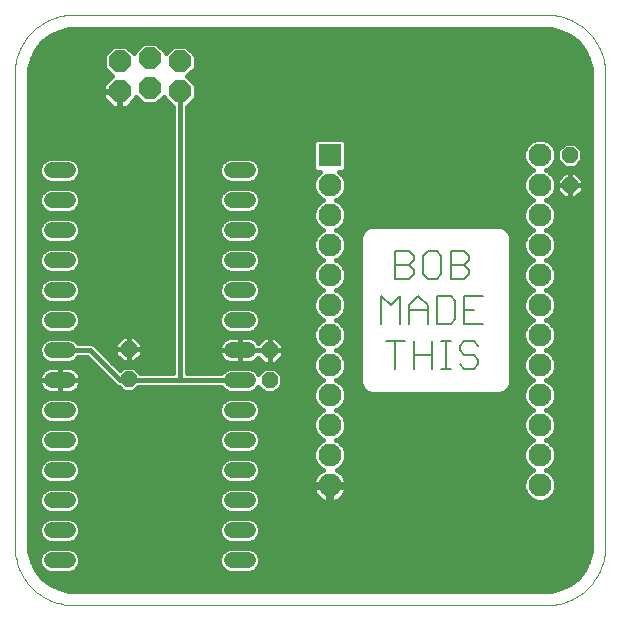
<source format=gbl>
G75*
G70*
%OFA0B0*%
%FSLAX24Y24*%
%IPPOS*%
%LPD*%
%AMOC8*
5,1,8,0,0,1.08239X$1,22.5*
%
%ADD10C,0.0000*%
%ADD11C,0.0080*%
%ADD12OC8,0.0740*%
%ADD13C,0.0520*%
%ADD14R,0.0768X0.0768*%
%ADD15C,0.0768*%
%ADD16OC8,0.0520*%
%ADD17C,0.0160*%
D10*
X003656Y003649D02*
X003656Y019397D01*
X003658Y019491D01*
X003665Y019584D01*
X003676Y019677D01*
X003692Y019770D01*
X003712Y019861D01*
X003736Y019952D01*
X003764Y020041D01*
X003797Y020129D01*
X003834Y020215D01*
X003875Y020299D01*
X003920Y020382D01*
X003969Y020462D01*
X004021Y020539D01*
X004077Y020614D01*
X004137Y020686D01*
X004200Y020756D01*
X004266Y020822D01*
X004336Y020885D01*
X004408Y020945D01*
X004483Y021001D01*
X004560Y021053D01*
X004641Y021102D01*
X004723Y021147D01*
X004807Y021188D01*
X004893Y021225D01*
X004981Y021258D01*
X005070Y021286D01*
X005161Y021310D01*
X005252Y021330D01*
X005345Y021346D01*
X005438Y021357D01*
X005531Y021364D01*
X005625Y021366D01*
X005625Y021365D02*
X021373Y021365D01*
X021373Y021366D02*
X021467Y021364D01*
X021560Y021357D01*
X021653Y021346D01*
X021746Y021330D01*
X021837Y021310D01*
X021928Y021286D01*
X022017Y021258D01*
X022105Y021225D01*
X022191Y021188D01*
X022275Y021147D01*
X022358Y021102D01*
X022438Y021053D01*
X022515Y021001D01*
X022590Y020945D01*
X022662Y020885D01*
X022732Y020822D01*
X022798Y020756D01*
X022861Y020686D01*
X022921Y020614D01*
X022977Y020539D01*
X023029Y020462D01*
X023078Y020382D01*
X023123Y020299D01*
X023164Y020215D01*
X023201Y020129D01*
X023234Y020041D01*
X023262Y019952D01*
X023286Y019861D01*
X023306Y019770D01*
X023322Y019677D01*
X023333Y019584D01*
X023340Y019491D01*
X023342Y019397D01*
X023341Y019397D02*
X023341Y003649D01*
X023342Y003649D02*
X023340Y003555D01*
X023333Y003462D01*
X023322Y003369D01*
X023306Y003276D01*
X023286Y003185D01*
X023262Y003094D01*
X023234Y003005D01*
X023201Y002917D01*
X023164Y002831D01*
X023123Y002747D01*
X023078Y002665D01*
X023029Y002584D01*
X022977Y002507D01*
X022921Y002432D01*
X022861Y002360D01*
X022798Y002290D01*
X022732Y002224D01*
X022662Y002161D01*
X022590Y002101D01*
X022515Y002045D01*
X022438Y001993D01*
X022358Y001944D01*
X022275Y001899D01*
X022191Y001858D01*
X022105Y001821D01*
X022017Y001788D01*
X021928Y001760D01*
X021837Y001736D01*
X021746Y001716D01*
X021653Y001700D01*
X021560Y001689D01*
X021467Y001682D01*
X021373Y001680D01*
X005625Y001680D01*
X005528Y001682D01*
X005432Y001689D01*
X005336Y001701D01*
X005241Y001718D01*
X005147Y001739D01*
X005053Y001765D01*
X004962Y001795D01*
X004871Y001830D01*
X004783Y001869D01*
X004697Y001912D01*
X004613Y001960D01*
X004531Y002012D01*
X004452Y002067D01*
X004376Y002127D01*
X004303Y002190D01*
X004233Y002257D01*
X004166Y002327D01*
X004103Y002400D01*
X004043Y002476D01*
X003988Y002555D01*
X003936Y002637D01*
X003888Y002721D01*
X003845Y002807D01*
X003806Y002895D01*
X003771Y002986D01*
X003741Y003077D01*
X003715Y003171D01*
X003694Y003265D01*
X003677Y003360D01*
X003665Y003456D01*
X003658Y003552D01*
X003656Y003649D01*
D11*
X015880Y011063D02*
X015880Y011983D01*
X016187Y011676D01*
X016494Y011983D01*
X016494Y011063D01*
X016801Y011063D02*
X016801Y011676D01*
X017108Y011983D01*
X017415Y011676D01*
X017415Y011063D01*
X017722Y011063D02*
X018182Y011063D01*
X018336Y011216D01*
X018336Y011830D01*
X018182Y011983D01*
X017722Y011983D01*
X017722Y011063D01*
X017415Y011523D02*
X016801Y011523D01*
X016801Y012563D02*
X016341Y012563D01*
X016341Y013483D01*
X016801Y013483D01*
X016955Y013330D01*
X016955Y013176D01*
X016801Y013023D01*
X016341Y013023D01*
X016801Y013023D02*
X016955Y012869D01*
X016955Y012716D01*
X016801Y012563D01*
X017262Y012716D02*
X017415Y012563D01*
X017722Y012563D01*
X017875Y012716D01*
X017875Y013330D01*
X017722Y013483D01*
X017415Y013483D01*
X017262Y013330D01*
X017262Y012716D01*
X018182Y012563D02*
X018182Y013483D01*
X018643Y013483D01*
X018796Y013330D01*
X018796Y013176D01*
X018643Y013023D01*
X018182Y013023D01*
X018182Y012563D02*
X018643Y012563D01*
X018796Y012716D01*
X018796Y012869D01*
X018643Y013023D01*
X018643Y011983D02*
X018643Y011063D01*
X019257Y011063D01*
X018950Y011523D02*
X018643Y011523D01*
X018643Y011983D02*
X019257Y011983D01*
X018950Y010483D02*
X018643Y010483D01*
X018489Y010330D01*
X018489Y010176D01*
X018643Y010023D01*
X018950Y010023D01*
X019103Y009869D01*
X019103Y009716D01*
X018950Y009563D01*
X018643Y009563D01*
X018489Y009716D01*
X018182Y009563D02*
X017875Y009563D01*
X018029Y009563D02*
X018029Y010483D01*
X018182Y010483D02*
X017875Y010483D01*
X017569Y010483D02*
X017569Y009563D01*
X017569Y010023D02*
X016955Y010023D01*
X016955Y009563D02*
X016955Y010483D01*
X016648Y010483D02*
X016034Y010483D01*
X016341Y010483D02*
X016341Y009563D01*
X018950Y010483D02*
X019103Y010330D01*
D12*
X009156Y018805D03*
X009156Y019805D03*
X008156Y019905D03*
X007156Y019805D03*
X007156Y018805D03*
X008156Y018905D03*
D13*
X005416Y016180D02*
X004896Y016180D01*
X004896Y015180D02*
X005416Y015180D01*
X005416Y014180D02*
X004896Y014180D01*
X004896Y013180D02*
X005416Y013180D01*
X005416Y012180D02*
X004896Y012180D01*
X004896Y011180D02*
X005416Y011180D01*
X005416Y010180D02*
X004896Y010180D01*
X004896Y009180D02*
X005416Y009180D01*
X005416Y008180D02*
X004896Y008180D01*
X004896Y007180D02*
X005416Y007180D01*
X005416Y006180D02*
X004896Y006180D01*
X004896Y005180D02*
X005416Y005180D01*
X005416Y004180D02*
X004896Y004180D01*
X004896Y003180D02*
X005416Y003180D01*
X010896Y003180D02*
X011416Y003180D01*
X011416Y004180D02*
X010896Y004180D01*
X010896Y005180D02*
X011416Y005180D01*
X011416Y006180D02*
X010896Y006180D01*
X010896Y007180D02*
X011416Y007180D01*
X011416Y008180D02*
X010896Y008180D01*
X010896Y009180D02*
X011416Y009180D01*
X011416Y010180D02*
X010896Y010180D01*
X010896Y011180D02*
X011416Y011180D01*
X011416Y012180D02*
X010896Y012180D01*
X010896Y013180D02*
X011416Y013180D01*
X011416Y014180D02*
X010896Y014180D01*
X010896Y015180D02*
X011416Y015180D01*
X011416Y016180D02*
X010896Y016180D01*
D14*
X014156Y016680D03*
D15*
X014156Y015680D03*
X014156Y014680D03*
X014156Y013680D03*
X014156Y012680D03*
X014156Y011680D03*
X014156Y010680D03*
X014156Y009680D03*
X014156Y008680D03*
X014156Y007680D03*
X014156Y006680D03*
X014156Y005680D03*
X021156Y005680D03*
X021156Y006680D03*
X021156Y007680D03*
X021156Y008680D03*
X021156Y009680D03*
X021156Y010680D03*
X021156Y011680D03*
X021156Y012680D03*
X021156Y013680D03*
X021156Y014680D03*
X021156Y015680D03*
X021156Y016680D03*
D16*
X022156Y016680D03*
X022156Y015680D03*
X012148Y010175D03*
X012148Y009175D03*
X007453Y009215D03*
X007453Y010215D03*
D17*
X007453Y009775D01*
X007635Y009775D01*
X007893Y010033D01*
X007893Y010215D01*
X007453Y010215D01*
X007453Y010215D01*
X007453Y010215D01*
X007453Y009775D01*
X007270Y009775D01*
X007013Y010033D01*
X007013Y010215D01*
X007453Y010215D01*
X007893Y010215D01*
X007893Y010398D01*
X007635Y010655D01*
X007453Y010655D01*
X007453Y010215D01*
X007453Y010215D01*
X007453Y010215D01*
X007013Y010215D01*
X007013Y010398D01*
X007270Y010655D01*
X007453Y010655D01*
X007453Y010215D01*
X007453Y010239D02*
X007453Y010239D01*
X007453Y010081D02*
X007453Y010081D01*
X007453Y009922D02*
X007453Y009922D01*
X007781Y009922D02*
X008916Y009922D01*
X008916Y009764D02*
X006912Y009764D01*
X006754Y009922D02*
X007124Y009922D01*
X007013Y010081D02*
X006595Y010081D01*
X006437Y010239D02*
X007013Y010239D01*
X007013Y010398D02*
X006258Y010398D01*
X006292Y010383D02*
X006204Y010420D01*
X005770Y010420D01*
X005654Y010536D01*
X005500Y010600D01*
X004813Y010600D01*
X004658Y010536D01*
X004540Y010418D01*
X004476Y010264D01*
X004476Y010096D01*
X004540Y009942D01*
X004658Y009824D01*
X004813Y009760D01*
X005500Y009760D01*
X005654Y009824D01*
X005770Y009940D01*
X006057Y009940D01*
X006953Y009044D01*
X007020Y008977D01*
X007109Y008940D01*
X007134Y008940D01*
X007279Y008795D01*
X007627Y008795D01*
X007771Y008940D01*
X010542Y008940D01*
X010658Y008824D01*
X010813Y008760D01*
X011500Y008760D01*
X011654Y008824D01*
X011772Y008942D01*
X011777Y008952D01*
X011974Y008755D01*
X012322Y008755D01*
X012568Y009001D01*
X012568Y009349D01*
X012322Y009595D01*
X011974Y009595D01*
X011779Y009401D01*
X011772Y009418D01*
X011654Y009536D01*
X011500Y009600D01*
X010813Y009600D01*
X010658Y009536D01*
X010542Y009420D01*
X009396Y009420D01*
X009396Y018295D01*
X009686Y018585D01*
X009686Y019025D01*
X009406Y019305D01*
X009686Y019585D01*
X009686Y020025D01*
X009376Y020335D01*
X008937Y020335D01*
X008686Y020085D01*
X008686Y020125D01*
X008376Y020435D01*
X007937Y020435D01*
X007626Y020125D01*
X007626Y020085D01*
X007376Y020335D01*
X006937Y020335D01*
X006626Y020025D01*
X006626Y019585D01*
X006893Y019319D01*
X006606Y019033D01*
X006606Y018825D01*
X007136Y018825D01*
X007136Y018785D01*
X006606Y018785D01*
X006606Y018577D01*
X006929Y018255D01*
X007136Y018255D01*
X007136Y018785D01*
X007176Y018785D01*
X007176Y018255D01*
X007384Y018255D01*
X007706Y018577D01*
X007706Y018605D01*
X007937Y018375D01*
X008376Y018375D01*
X008626Y018625D01*
X008626Y018585D01*
X008916Y018295D01*
X008916Y009420D01*
X007842Y009420D01*
X007627Y009635D01*
X007279Y009635D01*
X007160Y009516D01*
X006360Y010316D01*
X006292Y010383D01*
X006156Y010180D02*
X005156Y010180D01*
X004804Y009764D02*
X004136Y009764D01*
X004136Y009922D02*
X004560Y009922D01*
X004483Y010081D02*
X004136Y010081D01*
X004136Y010239D02*
X004476Y010239D01*
X004532Y010398D02*
X004136Y010398D01*
X004136Y010556D02*
X004707Y010556D01*
X004813Y010760D02*
X004658Y010824D01*
X004540Y010942D01*
X004476Y011096D01*
X004476Y011264D01*
X004540Y011418D01*
X004658Y011536D01*
X004813Y011600D01*
X005500Y011600D01*
X005654Y011536D01*
X005772Y011418D01*
X005836Y011264D01*
X005836Y011096D01*
X005772Y010942D01*
X005654Y010824D01*
X005500Y010760D01*
X004813Y010760D01*
X004609Y010873D02*
X004136Y010873D01*
X004136Y010715D02*
X008916Y010715D01*
X008916Y010873D02*
X005703Y010873D01*
X005810Y011032D02*
X008916Y011032D01*
X008916Y011190D02*
X005836Y011190D01*
X005801Y011349D02*
X008916Y011349D01*
X008916Y011507D02*
X005683Y011507D01*
X005500Y011760D02*
X005654Y011824D01*
X005772Y011942D01*
X005836Y012096D01*
X005836Y012264D01*
X005772Y012418D01*
X005654Y012536D01*
X005500Y012600D01*
X004813Y012600D01*
X004658Y012536D01*
X004540Y012418D01*
X004476Y012264D01*
X004476Y012096D01*
X004540Y011942D01*
X004658Y011824D01*
X004136Y011824D01*
X004136Y011666D02*
X008916Y011666D01*
X008916Y011824D02*
X005654Y011824D01*
X005500Y011760D02*
X004813Y011760D01*
X004658Y011824D01*
X004524Y011983D02*
X004136Y011983D01*
X004136Y012141D02*
X004476Y012141D01*
X004491Y012300D02*
X004136Y012300D01*
X004136Y012458D02*
X004580Y012458D01*
X004777Y012775D02*
X004136Y012775D01*
X004136Y012617D02*
X008916Y012617D01*
X008916Y012775D02*
X005536Y012775D01*
X005500Y012760D02*
X005654Y012824D01*
X005772Y012942D01*
X005836Y013096D01*
X005836Y013264D01*
X005772Y013418D01*
X005654Y013536D01*
X005500Y013600D01*
X004813Y013600D01*
X004658Y013536D01*
X004540Y013418D01*
X004476Y013264D01*
X004476Y013096D01*
X004540Y012942D01*
X004658Y012824D01*
X004813Y012760D01*
X005500Y012760D01*
X005764Y012934D02*
X008916Y012934D01*
X008916Y013092D02*
X005835Y013092D01*
X005836Y013251D02*
X008916Y013251D01*
X008916Y013409D02*
X005776Y013409D01*
X005578Y013568D02*
X008916Y013568D01*
X008916Y013726D02*
X004136Y013726D01*
X004136Y013568D02*
X004734Y013568D01*
X004813Y013760D02*
X004658Y013824D01*
X004540Y013942D01*
X004476Y014096D01*
X004476Y014264D01*
X004540Y014418D01*
X004658Y014536D01*
X004813Y014600D01*
X005500Y014600D01*
X005654Y014536D01*
X005772Y014418D01*
X005836Y014264D01*
X005836Y014096D01*
X005772Y013942D01*
X005654Y013824D01*
X005500Y013760D01*
X004813Y013760D01*
X004598Y013885D02*
X004136Y013885D01*
X004136Y014043D02*
X004499Y014043D01*
X004476Y014202D02*
X004136Y014202D01*
X004136Y014360D02*
X004516Y014360D01*
X004641Y014519D02*
X004136Y014519D01*
X004136Y014677D02*
X008916Y014677D01*
X008916Y014519D02*
X005672Y014519D01*
X005796Y014360D02*
X008916Y014360D01*
X008916Y014202D02*
X005836Y014202D01*
X005814Y014043D02*
X008916Y014043D01*
X008916Y013885D02*
X005715Y013885D01*
X005500Y014760D02*
X004813Y014760D01*
X004658Y014824D01*
X004540Y014942D01*
X004476Y015096D01*
X004476Y015264D01*
X004540Y015418D01*
X004658Y015536D01*
X004813Y015600D01*
X005500Y015600D01*
X005654Y015536D01*
X005772Y015418D01*
X005836Y015264D01*
X005836Y015096D01*
X005772Y014942D01*
X005654Y014824D01*
X005500Y014760D01*
X005666Y014836D02*
X008916Y014836D01*
X008916Y014994D02*
X005794Y014994D01*
X005836Y015153D02*
X008916Y015153D01*
X008916Y015311D02*
X005817Y015311D01*
X005721Y015470D02*
X008916Y015470D01*
X008916Y015628D02*
X004136Y015628D01*
X004136Y015470D02*
X004592Y015470D01*
X004496Y015311D02*
X004136Y015311D01*
X004136Y015153D02*
X004476Y015153D01*
X004519Y014994D02*
X004136Y014994D01*
X004136Y014836D02*
X004647Y014836D01*
X004813Y015760D02*
X004658Y015824D01*
X004540Y015942D01*
X004476Y016096D01*
X004476Y016264D01*
X004540Y016418D01*
X004658Y016536D01*
X004813Y016600D01*
X005500Y016600D01*
X005654Y016536D01*
X005772Y016418D01*
X005836Y016264D01*
X005836Y016096D01*
X005772Y015942D01*
X005654Y015824D01*
X005500Y015760D01*
X004813Y015760D01*
X004749Y015787D02*
X004136Y015787D01*
X004136Y015945D02*
X004539Y015945D01*
X004476Y016104D02*
X004136Y016104D01*
X004136Y016262D02*
X004476Y016262D01*
X004543Y016421D02*
X004136Y016421D01*
X004136Y016579D02*
X004762Y016579D01*
X004136Y016738D02*
X008916Y016738D01*
X008916Y016896D02*
X004136Y016896D01*
X004136Y017055D02*
X008916Y017055D01*
X008916Y017213D02*
X004136Y017213D01*
X004136Y017372D02*
X008916Y017372D01*
X008916Y017530D02*
X004136Y017530D01*
X004136Y017689D02*
X008916Y017689D01*
X008916Y017847D02*
X004136Y017847D01*
X004136Y018006D02*
X008916Y018006D01*
X008916Y018164D02*
X004136Y018164D01*
X004136Y018323D02*
X006861Y018323D01*
X006703Y018481D02*
X004136Y018481D01*
X004136Y018640D02*
X006606Y018640D01*
X006606Y018957D02*
X004136Y018957D01*
X004136Y019115D02*
X006689Y019115D01*
X006847Y019274D02*
X004136Y019274D01*
X004136Y019397D02*
X004146Y019563D01*
X004220Y019888D01*
X004365Y020188D01*
X004572Y020449D01*
X004833Y020657D01*
X005133Y020802D01*
X005458Y020876D01*
X005625Y020885D01*
X021373Y020885D01*
X021540Y020876D01*
X021865Y020802D01*
X022165Y020657D01*
X022425Y020449D01*
X022633Y020188D01*
X022778Y019888D01*
X022852Y019563D01*
X022861Y019397D01*
X022861Y003649D01*
X022852Y003482D01*
X022778Y003157D01*
X022633Y002857D01*
X022425Y002596D01*
X022165Y002388D01*
X021865Y002244D01*
X021540Y002169D01*
X021373Y002160D01*
X021277Y002160D01*
X005625Y002160D01*
X005458Y002169D01*
X005133Y002244D01*
X004833Y002388D01*
X004572Y002596D01*
X004365Y002857D01*
X004220Y003157D01*
X004146Y003482D01*
X004136Y003649D01*
X004136Y019397D01*
X004138Y019432D02*
X006780Y019432D01*
X006626Y019591D02*
X004152Y019591D01*
X004188Y019749D02*
X006626Y019749D01*
X006626Y019908D02*
X004229Y019908D01*
X004306Y020066D02*
X006668Y020066D01*
X006826Y020225D02*
X004393Y020225D01*
X004520Y020383D02*
X007885Y020383D01*
X007726Y020225D02*
X007486Y020225D01*
X008428Y020383D02*
X022478Y020383D01*
X022605Y020225D02*
X009486Y020225D01*
X009645Y020066D02*
X022692Y020066D01*
X022769Y019908D02*
X009686Y019908D01*
X009686Y019749D02*
X022810Y019749D01*
X022846Y019591D02*
X009686Y019591D01*
X009533Y019432D02*
X022859Y019432D01*
X022861Y019274D02*
X009437Y019274D01*
X009596Y019115D02*
X022861Y019115D01*
X022861Y018957D02*
X009686Y018957D01*
X009686Y018798D02*
X022861Y018798D01*
X022861Y018640D02*
X009686Y018640D01*
X009582Y018481D02*
X022861Y018481D01*
X022861Y018323D02*
X009423Y018323D01*
X009396Y018164D02*
X022861Y018164D01*
X022861Y018006D02*
X009396Y018006D01*
X009396Y017847D02*
X022861Y017847D01*
X022861Y017689D02*
X009396Y017689D01*
X009396Y017530D02*
X022861Y017530D01*
X022861Y017372D02*
X009396Y017372D01*
X009396Y017213D02*
X013695Y017213D01*
X013706Y017224D02*
X013613Y017130D01*
X013613Y016230D01*
X013706Y016136D01*
X013843Y016136D01*
X013695Y015988D01*
X013613Y015788D01*
X013613Y015572D01*
X013695Y015372D01*
X013848Y015219D01*
X013942Y015180D01*
X013848Y015141D01*
X013695Y014988D01*
X013613Y014788D01*
X013613Y014572D01*
X013695Y014372D01*
X013848Y014219D01*
X013942Y014180D01*
X013848Y014141D01*
X013695Y013988D01*
X013613Y013788D01*
X013613Y013572D01*
X013695Y013372D01*
X013848Y013219D01*
X013942Y013180D01*
X013848Y013141D01*
X013695Y012988D01*
X013613Y012788D01*
X013613Y012572D01*
X013695Y012372D01*
X013848Y012219D01*
X013942Y012180D01*
X013848Y012141D01*
X011836Y012141D01*
X011836Y012096D02*
X011836Y012264D01*
X011772Y012418D01*
X011654Y012536D01*
X011500Y012600D01*
X010813Y012600D01*
X010658Y012536D01*
X010540Y012418D01*
X010476Y012264D01*
X010476Y012096D01*
X010540Y011942D01*
X010658Y011824D01*
X009396Y011824D01*
X009396Y011666D02*
X013613Y011666D01*
X013613Y011572D02*
X013613Y011788D01*
X013695Y011988D01*
X013848Y012141D01*
X013768Y012300D02*
X011822Y012300D01*
X011732Y012458D02*
X013660Y012458D01*
X013613Y012617D02*
X009396Y012617D01*
X009396Y012775D02*
X010777Y012775D01*
X010813Y012760D02*
X011500Y012760D01*
X011654Y012824D01*
X011772Y012942D01*
X011836Y013096D01*
X011836Y013264D01*
X011772Y013418D01*
X011654Y013536D01*
X011500Y013600D01*
X010813Y013600D01*
X010658Y013536D01*
X010540Y013418D01*
X010476Y013264D01*
X010476Y013096D01*
X010540Y012942D01*
X010658Y012824D01*
X010813Y012760D01*
X010549Y012934D02*
X009396Y012934D01*
X009396Y013092D02*
X010478Y013092D01*
X010476Y013251D02*
X009396Y013251D01*
X009396Y013409D02*
X010537Y013409D01*
X010734Y013568D02*
X009396Y013568D01*
X009396Y013726D02*
X013613Y013726D01*
X013614Y013568D02*
X011578Y013568D01*
X011500Y013760D02*
X011654Y013824D01*
X011772Y013942D01*
X011836Y014096D01*
X011836Y014264D01*
X011772Y014418D01*
X011654Y014536D01*
X011500Y014600D01*
X010813Y014600D01*
X010658Y014536D01*
X010540Y014418D01*
X010476Y014264D01*
X010476Y014096D01*
X010540Y013942D01*
X010658Y013824D01*
X010813Y013760D01*
X011500Y013760D01*
X011715Y013885D02*
X013652Y013885D01*
X013750Y014043D02*
X011814Y014043D01*
X011836Y014202D02*
X013890Y014202D01*
X013707Y014360D02*
X011796Y014360D01*
X011672Y014519D02*
X013635Y014519D01*
X013613Y014677D02*
X009396Y014677D01*
X009396Y014519D02*
X010641Y014519D01*
X010516Y014360D02*
X009396Y014360D01*
X009396Y014202D02*
X010476Y014202D01*
X010499Y014043D02*
X009396Y014043D01*
X009396Y013885D02*
X010598Y013885D01*
X010813Y014760D02*
X010658Y014824D01*
X010540Y014942D01*
X010476Y015096D01*
X010476Y015264D01*
X010540Y015418D01*
X010658Y015536D01*
X010813Y015600D01*
X011500Y015600D01*
X011654Y015536D01*
X011772Y015418D01*
X011836Y015264D01*
X011836Y015096D01*
X011772Y014942D01*
X011654Y014824D01*
X011500Y014760D01*
X010813Y014760D01*
X010647Y014836D02*
X009396Y014836D01*
X009396Y014994D02*
X010519Y014994D01*
X010476Y015153D02*
X009396Y015153D01*
X009396Y015311D02*
X010496Y015311D01*
X010592Y015470D02*
X009396Y015470D01*
X009396Y015628D02*
X013613Y015628D01*
X013613Y015787D02*
X011564Y015787D01*
X011500Y015760D02*
X011654Y015824D01*
X011772Y015942D01*
X011836Y016096D01*
X011836Y016264D01*
X011772Y016418D01*
X011654Y016536D01*
X011500Y016600D01*
X010813Y016600D01*
X010658Y016536D01*
X010540Y016418D01*
X010476Y016264D01*
X010476Y016096D01*
X010540Y015942D01*
X010658Y015824D01*
X010813Y015760D01*
X011500Y015760D01*
X011774Y015945D02*
X013678Y015945D01*
X013811Y016104D02*
X011836Y016104D01*
X011836Y016262D02*
X013613Y016262D01*
X013613Y016421D02*
X011770Y016421D01*
X011551Y016579D02*
X013613Y016579D01*
X013613Y016738D02*
X009396Y016738D01*
X009396Y016896D02*
X013613Y016896D01*
X013613Y017055D02*
X009396Y017055D01*
X009396Y016579D02*
X010762Y016579D01*
X010543Y016421D02*
X009396Y016421D01*
X009396Y016262D02*
X010476Y016262D01*
X010476Y016104D02*
X009396Y016104D01*
X009396Y015945D02*
X010539Y015945D01*
X010749Y015787D02*
X009396Y015787D01*
X008916Y015787D02*
X005564Y015787D01*
X005774Y015945D02*
X008916Y015945D01*
X008916Y016104D02*
X005836Y016104D01*
X005836Y016262D02*
X008916Y016262D01*
X008916Y016421D02*
X005770Y016421D01*
X005551Y016579D02*
X008916Y016579D01*
X008889Y018323D02*
X007452Y018323D01*
X007610Y018481D02*
X007831Y018481D01*
X008482Y018481D02*
X008731Y018481D01*
X009156Y018805D02*
X009156Y009180D01*
X007156Y009180D01*
X006156Y010180D01*
X006075Y009922D02*
X005752Y009922D01*
X005508Y009764D02*
X006233Y009764D01*
X006392Y009605D02*
X005532Y009605D01*
X005519Y009609D02*
X005451Y009620D01*
X005156Y009620D01*
X004862Y009620D01*
X004793Y009609D01*
X004728Y009588D01*
X004666Y009556D01*
X004610Y009516D01*
X004561Y009467D01*
X004520Y009411D01*
X004489Y009349D01*
X004467Y009283D01*
X004456Y009215D01*
X004456Y009180D01*
X004456Y009145D01*
X004467Y009077D01*
X004489Y009011D01*
X004520Y008949D01*
X004561Y008893D01*
X004610Y008844D01*
X004666Y008804D01*
X004728Y008772D01*
X004793Y008751D01*
X004862Y008740D01*
X005156Y008740D01*
X005156Y009180D01*
X004456Y009180D01*
X005156Y009180D01*
X005156Y009180D01*
X005156Y009180D01*
X005156Y009620D01*
X005156Y009180D01*
X005156Y009180D01*
X005156Y008740D01*
X005451Y008740D01*
X005519Y008751D01*
X005585Y008772D01*
X005647Y008804D01*
X005703Y008844D01*
X005752Y008893D01*
X005793Y008949D01*
X005824Y009011D01*
X005846Y009077D01*
X005856Y009145D01*
X005856Y009180D01*
X005156Y009180D01*
X005856Y009180D01*
X005856Y009215D01*
X005846Y009283D01*
X005824Y009349D01*
X005793Y009411D01*
X005752Y009467D01*
X005703Y009516D01*
X005647Y009556D01*
X005585Y009588D01*
X005519Y009609D01*
X005767Y009447D02*
X006550Y009447D01*
X006709Y009288D02*
X005844Y009288D01*
X005854Y009130D02*
X006867Y009130D01*
X007034Y008971D02*
X005804Y008971D01*
X005659Y008813D02*
X007262Y008813D01*
X007644Y008813D02*
X010686Y008813D01*
X010813Y008600D02*
X010658Y008536D01*
X010540Y008418D01*
X010476Y008264D01*
X010476Y008096D01*
X010540Y007942D01*
X010658Y007824D01*
X010813Y007760D01*
X011500Y007760D01*
X011654Y007824D01*
X011772Y007942D01*
X011836Y008096D01*
X011836Y008264D01*
X011772Y008418D01*
X011654Y008536D01*
X011500Y008600D01*
X010813Y008600D01*
X010618Y008496D02*
X005695Y008496D01*
X005654Y008536D02*
X005500Y008600D01*
X004813Y008600D01*
X004658Y008536D01*
X004540Y008418D01*
X004476Y008264D01*
X004476Y008096D01*
X004540Y007942D01*
X004658Y007824D01*
X004813Y007760D01*
X005500Y007760D01*
X005654Y007824D01*
X005772Y007942D01*
X005836Y008096D01*
X005836Y008264D01*
X005772Y008418D01*
X005654Y008536D01*
X005806Y008337D02*
X010507Y008337D01*
X010476Y008179D02*
X005836Y008179D01*
X005805Y008020D02*
X010508Y008020D01*
X010621Y007862D02*
X005692Y007862D01*
X005634Y007545D02*
X010679Y007545D01*
X010658Y007536D02*
X010540Y007418D01*
X010476Y007264D01*
X010476Y007096D01*
X010540Y006942D01*
X010658Y006824D01*
X010813Y006760D01*
X011500Y006760D01*
X011654Y006824D01*
X011772Y006942D01*
X011836Y007096D01*
X011836Y007264D01*
X011772Y007418D01*
X011654Y007536D01*
X011500Y007600D01*
X010813Y007600D01*
X010658Y007536D01*
X010527Y007386D02*
X005786Y007386D01*
X005772Y007418D02*
X005654Y007536D01*
X005500Y007600D01*
X004813Y007600D01*
X004658Y007536D01*
X004540Y007418D01*
X004476Y007264D01*
X004476Y007096D01*
X004540Y006942D01*
X004658Y006824D01*
X004813Y006760D01*
X005500Y006760D01*
X005654Y006824D01*
X005772Y006942D01*
X005836Y007096D01*
X005836Y007264D01*
X005772Y007418D01*
X005836Y007228D02*
X010476Y007228D01*
X010488Y007069D02*
X005825Y007069D01*
X005741Y006911D02*
X010572Y006911D01*
X010658Y006536D02*
X010540Y006418D01*
X010476Y006264D01*
X010476Y006096D01*
X010540Y005942D01*
X010658Y005824D01*
X010813Y005760D01*
X011500Y005760D01*
X011654Y005824D01*
X011772Y005942D01*
X011836Y006096D01*
X011836Y006264D01*
X011772Y006418D01*
X011654Y006536D01*
X011500Y006600D01*
X010813Y006600D01*
X010658Y006536D01*
X010557Y006435D02*
X005755Y006435D01*
X005772Y006418D02*
X005654Y006536D01*
X005500Y006600D01*
X004813Y006600D01*
X004658Y006536D01*
X004540Y006418D01*
X004476Y006264D01*
X004476Y006096D01*
X004540Y005942D01*
X004658Y005824D01*
X004813Y005760D01*
X005500Y005760D01*
X005654Y005824D01*
X005772Y005942D01*
X005836Y006096D01*
X005836Y006264D01*
X005772Y006418D01*
X005831Y006277D02*
X010482Y006277D01*
X010476Y006118D02*
X005836Y006118D01*
X005780Y005960D02*
X010533Y005960D01*
X010714Y005801D02*
X005599Y005801D01*
X005500Y005600D02*
X005654Y005536D01*
X005772Y005418D01*
X005836Y005264D01*
X005836Y005096D01*
X005772Y004942D01*
X005654Y004824D01*
X005500Y004760D01*
X004813Y004760D01*
X004658Y004824D01*
X004540Y004942D01*
X004476Y005096D01*
X004476Y005264D01*
X004540Y005418D01*
X004658Y005536D01*
X004813Y005600D01*
X005500Y005600D01*
X005706Y005484D02*
X010606Y005484D01*
X010658Y005536D02*
X010540Y005418D01*
X010476Y005264D01*
X010476Y005096D01*
X010540Y004942D01*
X010658Y004824D01*
X010813Y004760D01*
X011500Y004760D01*
X011654Y004824D01*
X011772Y004942D01*
X011836Y005096D01*
X011836Y005264D01*
X011772Y005418D01*
X011654Y005536D01*
X011500Y005600D01*
X010813Y005600D01*
X010658Y005536D01*
X010502Y005326D02*
X005811Y005326D01*
X005836Y005167D02*
X010476Y005167D01*
X010513Y005009D02*
X005800Y005009D01*
X005680Y004850D02*
X010632Y004850D01*
X010813Y004600D02*
X010658Y004536D01*
X010540Y004418D01*
X010476Y004264D01*
X010476Y004096D01*
X010540Y003942D01*
X010658Y003824D01*
X010813Y003760D01*
X011500Y003760D01*
X011654Y003824D01*
X011772Y003942D01*
X011836Y004096D01*
X011836Y004264D01*
X011772Y004418D01*
X011654Y004536D01*
X011500Y004600D01*
X010813Y004600D01*
X010655Y004533D02*
X005657Y004533D01*
X005654Y004536D02*
X005500Y004600D01*
X004813Y004600D01*
X004658Y004536D01*
X004540Y004418D01*
X004476Y004264D01*
X004476Y004096D01*
X004540Y003942D01*
X004658Y003824D01*
X004813Y003760D01*
X005500Y003760D01*
X005654Y003824D01*
X005772Y003942D01*
X005836Y004096D01*
X005836Y004264D01*
X005772Y004418D01*
X005654Y004536D01*
X005790Y004375D02*
X010522Y004375D01*
X010476Y004216D02*
X005836Y004216D01*
X005820Y004058D02*
X010493Y004058D01*
X010583Y003899D02*
X005729Y003899D01*
X005543Y003582D02*
X010769Y003582D01*
X010813Y003600D02*
X010658Y003536D01*
X010540Y003418D01*
X010476Y003264D01*
X010476Y003096D01*
X010540Y002942D01*
X010658Y002824D01*
X010813Y002760D01*
X011500Y002760D01*
X011654Y002824D01*
X011772Y002942D01*
X011836Y003096D01*
X011836Y003264D01*
X011772Y003418D01*
X011654Y003536D01*
X011500Y003600D01*
X010813Y003600D01*
X010546Y003424D02*
X005767Y003424D01*
X005772Y003418D02*
X005654Y003536D01*
X005500Y003600D01*
X004813Y003600D01*
X004658Y003536D01*
X004540Y003418D01*
X004476Y003264D01*
X004476Y003096D01*
X004540Y002942D01*
X004658Y002824D01*
X004813Y002760D01*
X005500Y002760D01*
X005654Y002824D01*
X005772Y002942D01*
X005836Y003096D01*
X005836Y003264D01*
X005772Y003418D01*
X005836Y003265D02*
X010477Y003265D01*
X010476Y003107D02*
X005836Y003107D01*
X005775Y002948D02*
X010538Y002948D01*
X010742Y002790D02*
X005571Y002790D01*
X004987Y002314D02*
X022011Y002314D01*
X022271Y002473D02*
X004727Y002473D01*
X004544Y002631D02*
X022453Y002631D01*
X022580Y002790D02*
X011571Y002790D01*
X011775Y002948D02*
X022677Y002948D01*
X022754Y003107D02*
X011836Y003107D01*
X011836Y003265D02*
X022803Y003265D01*
X022839Y003424D02*
X011767Y003424D01*
X011543Y003582D02*
X022858Y003582D01*
X022861Y003741D02*
X004136Y003741D01*
X004136Y003899D02*
X004583Y003899D01*
X004493Y004058D02*
X004136Y004058D01*
X004136Y004216D02*
X004476Y004216D01*
X004522Y004375D02*
X004136Y004375D01*
X004136Y004533D02*
X004655Y004533D01*
X004632Y004850D02*
X004136Y004850D01*
X004136Y004692D02*
X022861Y004692D01*
X022861Y004850D02*
X011680Y004850D01*
X011800Y005009D02*
X022861Y005009D01*
X022861Y005167D02*
X021339Y005167D01*
X021265Y005136D02*
X021048Y005136D01*
X020848Y005219D01*
X020695Y005372D01*
X020613Y005572D01*
X020613Y005788D01*
X020695Y005988D01*
X020848Y006141D01*
X020942Y006180D01*
X020848Y006219D01*
X020695Y006372D01*
X020613Y006572D01*
X020613Y006788D01*
X020695Y006988D01*
X020848Y007141D01*
X020942Y007180D01*
X020848Y007219D01*
X020695Y007372D01*
X020613Y007572D01*
X020613Y007788D01*
X020695Y007988D01*
X020848Y008141D01*
X020942Y008180D01*
X020848Y008219D01*
X020695Y008372D01*
X020613Y008572D01*
X020613Y008788D01*
X020695Y008988D01*
X020848Y009141D01*
X020942Y009180D01*
X020848Y009219D01*
X020695Y009372D01*
X020613Y009572D01*
X020613Y009788D01*
X020695Y009988D01*
X020848Y010141D01*
X020942Y010180D01*
X020848Y010219D01*
X020695Y010372D01*
X020613Y010572D01*
X020613Y010788D01*
X020695Y010988D01*
X020848Y011141D01*
X020942Y011180D01*
X020848Y011219D01*
X020695Y011372D01*
X020613Y011572D01*
X020613Y011788D01*
X020695Y011988D01*
X020848Y012141D01*
X020210Y012141D01*
X020210Y011983D02*
X020693Y011983D01*
X020627Y011824D02*
X020210Y011824D01*
X020210Y011666D02*
X020613Y011666D01*
X020639Y011507D02*
X020210Y011507D01*
X020210Y011349D02*
X020719Y011349D01*
X020918Y011190D02*
X020210Y011190D01*
X020210Y011032D02*
X020739Y011032D01*
X020648Y010873D02*
X020210Y010873D01*
X020210Y010715D02*
X020613Y010715D01*
X020619Y010556D02*
X020210Y010556D01*
X020210Y010398D02*
X020685Y010398D01*
X020828Y010239D02*
X020210Y010239D01*
X020210Y010081D02*
X020788Y010081D01*
X020668Y009922D02*
X020210Y009922D01*
X020210Y009764D02*
X020613Y009764D01*
X020613Y009605D02*
X020210Y009605D01*
X020210Y009447D02*
X020664Y009447D01*
X020779Y009288D02*
X020210Y009288D01*
X020210Y009170D02*
X020207Y009133D01*
X020201Y009095D01*
X020193Y009059D01*
X020181Y009023D01*
X020166Y008988D01*
X020149Y008954D01*
X020130Y008922D01*
X020107Y008892D01*
X020083Y008863D01*
X020056Y008836D01*
X020028Y008812D01*
X019997Y008790D01*
X019965Y008770D01*
X019931Y008753D01*
X019896Y008739D01*
X019861Y008727D01*
X019824Y008718D01*
X019787Y008712D01*
X019749Y008709D01*
X015615Y008709D01*
X015577Y008712D01*
X015540Y008718D01*
X015503Y008727D01*
X015468Y008739D01*
X015433Y008753D01*
X015399Y008770D01*
X015367Y008790D01*
X015336Y008812D01*
X015308Y008836D01*
X015281Y008863D01*
X015257Y008892D01*
X015234Y008922D01*
X015215Y008954D01*
X015198Y008988D01*
X015183Y009023D01*
X015171Y009059D01*
X015163Y009095D01*
X015157Y009133D01*
X015154Y009170D01*
X015154Y013875D01*
X015157Y013912D01*
X015163Y013950D01*
X015171Y013986D01*
X015183Y014022D01*
X015198Y014057D01*
X015215Y014091D01*
X015234Y014123D01*
X015257Y014153D01*
X015281Y014182D01*
X015308Y014209D01*
X015336Y014233D01*
X015367Y014255D01*
X015399Y014275D01*
X015433Y014292D01*
X015468Y014307D01*
X015503Y014318D01*
X015540Y014327D01*
X015577Y014333D01*
X015615Y014336D01*
X019749Y014336D01*
X019787Y014333D01*
X019824Y014327D01*
X019861Y014318D01*
X019896Y014307D01*
X019931Y014292D01*
X019965Y014275D01*
X019997Y014255D01*
X020028Y014233D01*
X020056Y014209D01*
X020083Y014182D01*
X020107Y014153D01*
X020130Y014123D01*
X020149Y014091D01*
X020166Y014057D01*
X020181Y014022D01*
X020193Y013986D01*
X020201Y013950D01*
X020207Y013912D01*
X020210Y013875D01*
X020210Y009170D01*
X020207Y009130D02*
X020837Y009130D01*
X020688Y008971D02*
X020158Y008971D01*
X020028Y008813D02*
X020623Y008813D01*
X020613Y008654D02*
X014700Y008654D01*
X014700Y008572D02*
X014700Y008788D01*
X014617Y008988D01*
X014464Y009141D01*
X014370Y009180D01*
X014464Y009219D01*
X014617Y009372D01*
X014700Y009572D01*
X014700Y009788D01*
X014617Y009988D01*
X014464Y010141D01*
X014370Y010180D01*
X014464Y010219D01*
X014617Y010372D01*
X014700Y010572D01*
X014700Y010788D01*
X014617Y010988D01*
X014464Y011141D01*
X014370Y011180D01*
X014464Y011219D01*
X014617Y011372D01*
X014700Y011572D01*
X014700Y011788D01*
X014617Y011988D01*
X014464Y012141D01*
X014370Y012180D01*
X014464Y012219D01*
X014617Y012372D01*
X014700Y012572D01*
X014700Y012788D01*
X014617Y012988D01*
X014464Y013141D01*
X014370Y013180D01*
X014464Y013219D01*
X014617Y013372D01*
X014700Y013572D01*
X014700Y013788D01*
X014617Y013988D01*
X014464Y014141D01*
X014370Y014180D01*
X014464Y014219D01*
X014617Y014372D01*
X014700Y014572D01*
X014700Y014788D01*
X014617Y014988D01*
X014464Y015141D01*
X014370Y015180D01*
X014464Y015219D01*
X014617Y015372D01*
X014700Y015572D01*
X014700Y015788D01*
X014617Y015988D01*
X014469Y016136D01*
X014607Y016136D01*
X014700Y016230D01*
X014700Y017130D01*
X014607Y017224D01*
X013706Y017224D01*
X014617Y017213D02*
X021022Y017213D01*
X021048Y017224D02*
X020848Y017141D01*
X020695Y016988D01*
X020613Y016788D01*
X020613Y016572D01*
X020695Y016372D01*
X020848Y016219D01*
X020942Y016180D01*
X020848Y016141D01*
X020695Y015988D01*
X020613Y015788D01*
X020613Y015572D01*
X020695Y015372D01*
X020848Y015219D01*
X020942Y015180D01*
X020848Y015141D01*
X020695Y014988D01*
X020613Y014788D01*
X020613Y014572D01*
X020695Y014372D01*
X020848Y014219D01*
X020942Y014180D01*
X020848Y014141D01*
X020695Y013988D01*
X020613Y013788D01*
X020613Y013572D01*
X020695Y013372D01*
X020848Y013219D01*
X020942Y013180D01*
X020848Y013141D01*
X020695Y012988D01*
X020613Y012788D01*
X020613Y012572D01*
X020695Y012372D01*
X020848Y012219D01*
X020942Y012180D01*
X020848Y012141D01*
X020768Y012300D02*
X020210Y012300D01*
X020210Y012458D02*
X020660Y012458D01*
X020613Y012617D02*
X020210Y012617D01*
X020210Y012775D02*
X020613Y012775D01*
X020673Y012934D02*
X020210Y012934D01*
X020210Y013092D02*
X020799Y013092D01*
X020817Y013251D02*
X020210Y013251D01*
X020210Y013409D02*
X020680Y013409D01*
X020614Y013568D02*
X020210Y013568D01*
X020210Y013726D02*
X020613Y013726D01*
X020652Y013885D02*
X020209Y013885D01*
X020172Y014043D02*
X020750Y014043D01*
X020890Y014202D02*
X020063Y014202D01*
X020613Y014677D02*
X014700Y014677D01*
X014681Y014836D02*
X020632Y014836D01*
X020701Y014994D02*
X014612Y014994D01*
X014437Y015153D02*
X020876Y015153D01*
X020756Y015311D02*
X014557Y015311D01*
X014658Y015470D02*
X020655Y015470D01*
X020613Y015628D02*
X014700Y015628D01*
X014700Y015787D02*
X020613Y015787D01*
X020678Y015945D02*
X014635Y015945D01*
X014502Y016104D02*
X020811Y016104D01*
X020805Y016262D02*
X014700Y016262D01*
X014700Y016421D02*
X020675Y016421D01*
X020613Y016579D02*
X014700Y016579D01*
X014700Y016738D02*
X020613Y016738D01*
X020657Y016896D02*
X014700Y016896D01*
X014700Y017055D02*
X020762Y017055D01*
X021048Y017224D02*
X021265Y017224D01*
X021464Y017141D01*
X021617Y016988D01*
X021700Y016788D01*
X021700Y016572D01*
X021617Y016372D01*
X021464Y016219D01*
X021370Y016180D01*
X021464Y016141D01*
X021617Y015988D01*
X021700Y015788D01*
X021700Y015572D01*
X021617Y015372D01*
X021464Y015219D01*
X021370Y015180D01*
X021464Y015141D01*
X021617Y014988D01*
X021700Y014788D01*
X021700Y014572D01*
X021617Y014372D01*
X021464Y014219D01*
X021370Y014180D01*
X021464Y014141D01*
X021617Y013988D01*
X021700Y013788D01*
X021700Y013572D01*
X021617Y013372D01*
X021464Y013219D01*
X021370Y013180D01*
X021464Y013141D01*
X021617Y012988D01*
X021700Y012788D01*
X021700Y012572D01*
X021617Y012372D01*
X021464Y012219D01*
X021370Y012180D01*
X021464Y012141D01*
X021617Y011988D01*
X021700Y011788D01*
X021700Y011572D01*
X021617Y011372D01*
X021464Y011219D01*
X021370Y011180D01*
X021464Y011141D01*
X021617Y010988D01*
X021700Y010788D01*
X021700Y010572D01*
X021617Y010372D01*
X021464Y010219D01*
X021370Y010180D01*
X021464Y010141D01*
X021617Y009988D01*
X021700Y009788D01*
X021700Y009572D01*
X021617Y009372D01*
X021464Y009219D01*
X021370Y009180D01*
X021464Y009141D01*
X021617Y008988D01*
X021700Y008788D01*
X021700Y008572D01*
X021617Y008372D01*
X021464Y008219D01*
X021370Y008180D01*
X021464Y008141D01*
X021617Y007988D01*
X021700Y007788D01*
X021700Y007572D01*
X021617Y007372D01*
X021464Y007219D01*
X021370Y007180D01*
X021464Y007141D01*
X021617Y006988D01*
X021700Y006788D01*
X021700Y006572D01*
X021617Y006372D01*
X021464Y006219D01*
X021370Y006180D01*
X021464Y006141D01*
X021617Y005988D01*
X021700Y005788D01*
X021700Y005572D01*
X021617Y005372D01*
X021464Y005219D01*
X021265Y005136D01*
X020974Y005167D02*
X014392Y005167D01*
X014373Y005157D02*
X014452Y005198D01*
X014524Y005250D01*
X014586Y005313D01*
X014639Y005384D01*
X014679Y005464D01*
X014706Y005548D01*
X014720Y005632D01*
X014204Y005632D01*
X014204Y005117D01*
X014288Y005130D01*
X014373Y005157D01*
X014204Y005167D02*
X014108Y005167D01*
X014108Y005117D02*
X014108Y005632D01*
X013593Y005632D01*
X013606Y005548D01*
X013634Y005464D01*
X013674Y005384D01*
X013726Y005313D01*
X013789Y005250D01*
X013861Y005198D01*
X013940Y005157D01*
X014024Y005130D01*
X014108Y005117D01*
X013921Y005167D02*
X011836Y005167D01*
X011811Y005326D02*
X013717Y005326D01*
X013627Y005484D02*
X011706Y005484D01*
X011599Y005801D02*
X013605Y005801D01*
X013606Y005812D02*
X013593Y005728D01*
X014108Y005728D01*
X014108Y005632D01*
X014204Y005632D01*
X014204Y005728D01*
X014720Y005728D01*
X014706Y005812D01*
X014679Y005896D01*
X014639Y005976D01*
X014586Y006047D01*
X014524Y006110D01*
X014452Y006162D01*
X014396Y006191D01*
X014464Y006219D01*
X014617Y006372D01*
X014700Y006572D01*
X014700Y006788D01*
X014617Y006988D01*
X014464Y007141D01*
X014370Y007180D01*
X014464Y007219D01*
X014617Y007372D01*
X014700Y007572D01*
X014700Y007788D01*
X014617Y007988D01*
X014464Y008141D01*
X014370Y008180D01*
X014464Y008219D01*
X014617Y008372D01*
X014700Y008572D01*
X014669Y008496D02*
X020644Y008496D01*
X020730Y008337D02*
X014583Y008337D01*
X014374Y008179D02*
X020939Y008179D01*
X020727Y008020D02*
X014586Y008020D01*
X014670Y007862D02*
X020643Y007862D01*
X020613Y007703D02*
X014700Y007703D01*
X014689Y007545D02*
X020624Y007545D01*
X020690Y007386D02*
X014623Y007386D01*
X014473Y007228D02*
X020840Y007228D01*
X020776Y007069D02*
X014537Y007069D01*
X014650Y006911D02*
X020663Y006911D01*
X020613Y006752D02*
X014700Y006752D01*
X014700Y006594D02*
X020613Y006594D01*
X020669Y006435D02*
X014644Y006435D01*
X014522Y006277D02*
X020791Y006277D01*
X020825Y006118D02*
X014513Y006118D01*
X014647Y005960D02*
X020684Y005960D01*
X020618Y005801D02*
X014708Y005801D01*
X014686Y005484D02*
X020649Y005484D01*
X020613Y005643D02*
X014204Y005643D01*
X014108Y005643D02*
X004136Y005643D01*
X004136Y005801D02*
X004714Y005801D01*
X004533Y005960D02*
X004136Y005960D01*
X004136Y006118D02*
X004476Y006118D01*
X004482Y006277D02*
X004136Y006277D01*
X004136Y006435D02*
X004557Y006435D01*
X004797Y006594D02*
X004136Y006594D01*
X004136Y006752D02*
X013613Y006752D01*
X013613Y006788D02*
X013613Y006572D01*
X013695Y006372D01*
X013848Y006219D01*
X013917Y006191D01*
X013861Y006162D01*
X013789Y006110D01*
X013726Y006047D01*
X013674Y005976D01*
X013634Y005896D01*
X013606Y005812D01*
X013666Y005960D02*
X011780Y005960D01*
X011836Y006118D02*
X013800Y006118D01*
X013791Y006277D02*
X011831Y006277D01*
X011755Y006435D02*
X013669Y006435D01*
X013613Y006594D02*
X011516Y006594D01*
X011741Y006911D02*
X013663Y006911D01*
X013695Y006988D02*
X013613Y006788D01*
X013695Y006988D02*
X013848Y007141D01*
X013942Y007180D01*
X013848Y007219D01*
X013695Y007372D01*
X013613Y007572D01*
X013613Y007788D01*
X013695Y007988D01*
X013848Y008141D01*
X013942Y008180D01*
X013848Y008219D01*
X013695Y008372D01*
X013613Y008572D01*
X013613Y008788D01*
X013695Y008988D01*
X013848Y009141D01*
X013942Y009180D01*
X013848Y009219D01*
X013695Y009372D01*
X013613Y009572D01*
X013613Y009788D01*
X013695Y009988D01*
X013848Y010141D01*
X013942Y010180D01*
X013848Y010219D01*
X013695Y010372D01*
X013613Y010572D01*
X013613Y010788D01*
X013695Y010988D01*
X013848Y011141D01*
X013942Y011180D01*
X013848Y011219D01*
X013695Y011372D01*
X013613Y011572D01*
X013639Y011507D02*
X011683Y011507D01*
X011654Y011536D02*
X011772Y011418D01*
X011836Y011264D01*
X011836Y011096D01*
X011772Y010942D01*
X011654Y010824D01*
X011500Y010760D01*
X010813Y010760D01*
X010658Y010824D01*
X010540Y010942D01*
X010476Y011096D01*
X010476Y011264D01*
X010540Y011418D01*
X010658Y011536D01*
X010813Y011600D01*
X011500Y011600D01*
X011654Y011536D01*
X011801Y011349D02*
X013719Y011349D01*
X013918Y011190D02*
X011836Y011190D01*
X011810Y011032D02*
X013739Y011032D01*
X013648Y010873D02*
X011703Y010873D01*
X011585Y010588D02*
X011519Y010609D01*
X011451Y010620D01*
X011156Y010620D01*
X010862Y010620D01*
X010793Y010609D01*
X010728Y010588D01*
X010666Y010556D01*
X010610Y010516D01*
X010561Y010467D01*
X010520Y010411D01*
X010489Y010349D01*
X010467Y010283D01*
X010456Y010215D01*
X010456Y010180D01*
X010456Y010145D01*
X010467Y010077D01*
X010489Y010011D01*
X010520Y009949D01*
X010561Y009893D01*
X010610Y009844D01*
X010666Y009804D01*
X010728Y009772D01*
X010793Y009751D01*
X010862Y009740D01*
X011156Y009740D01*
X011156Y010180D01*
X010456Y010180D01*
X011156Y010180D01*
X011156Y010180D01*
X011156Y010180D01*
X011156Y010620D01*
X011156Y010180D01*
X011156Y010180D01*
X012156Y010180D01*
X012148Y010175D02*
X012588Y010175D01*
X012148Y010175D01*
X012148Y010175D01*
X012148Y009735D01*
X012330Y009735D01*
X012588Y009993D01*
X012588Y010175D01*
X012588Y010357D01*
X012330Y010615D01*
X012148Y010615D01*
X012148Y010175D01*
X012148Y010175D01*
X012148Y010175D01*
X012148Y009735D01*
X011965Y009735D01*
X011775Y009925D01*
X011752Y009893D01*
X011703Y009844D01*
X011647Y009804D01*
X011585Y009772D01*
X011519Y009751D01*
X011451Y009740D01*
X011156Y009740D01*
X011156Y010180D01*
X011156Y010239D02*
X011156Y010239D01*
X011156Y010081D02*
X011156Y010081D01*
X011156Y009922D02*
X011156Y009922D01*
X011156Y009764D02*
X011156Y009764D01*
X010754Y009764D02*
X009396Y009764D01*
X009396Y009922D02*
X010540Y009922D01*
X010467Y010081D02*
X009396Y010081D01*
X009396Y010239D02*
X010460Y010239D01*
X010513Y010398D02*
X009396Y010398D01*
X009396Y010556D02*
X010665Y010556D01*
X010609Y010873D02*
X009396Y010873D01*
X009396Y010715D02*
X013613Y010715D01*
X013619Y010556D02*
X012389Y010556D01*
X012547Y010398D02*
X013685Y010398D01*
X013828Y010239D02*
X012588Y010239D01*
X012588Y010081D02*
X013788Y010081D01*
X013668Y009922D02*
X012517Y009922D01*
X012358Y009764D02*
X013613Y009764D01*
X013613Y009605D02*
X009396Y009605D01*
X009396Y009447D02*
X010569Y009447D01*
X011156Y009180D02*
X009156Y009180D01*
X008916Y009447D02*
X007816Y009447D01*
X007657Y009605D02*
X008916Y009605D01*
X008916Y010081D02*
X007893Y010081D01*
X007893Y010239D02*
X008916Y010239D01*
X008916Y010398D02*
X007893Y010398D01*
X007734Y010556D02*
X008916Y010556D01*
X009396Y011032D02*
X010503Y011032D01*
X010476Y011190D02*
X009396Y011190D01*
X009396Y011349D02*
X010512Y011349D01*
X010629Y011507D02*
X009396Y011507D01*
X009396Y011983D02*
X010524Y011983D01*
X010476Y012141D02*
X009396Y012141D01*
X009396Y012300D02*
X010491Y012300D01*
X010580Y012458D02*
X009396Y012458D01*
X008916Y012458D02*
X005732Y012458D01*
X005822Y012300D02*
X008916Y012300D01*
X008916Y012141D02*
X005836Y012141D01*
X005789Y011983D02*
X008916Y011983D01*
X007453Y010556D02*
X007453Y010556D01*
X007453Y010398D02*
X007453Y010398D01*
X007171Y010556D02*
X005606Y010556D01*
X004503Y011032D02*
X004136Y011032D01*
X004136Y011190D02*
X004476Y011190D01*
X004512Y011349D02*
X004136Y011349D01*
X004136Y011507D02*
X004629Y011507D01*
X004549Y012934D02*
X004136Y012934D01*
X004136Y013092D02*
X004478Y013092D01*
X004476Y013251D02*
X004136Y013251D01*
X004136Y013409D02*
X004537Y013409D01*
X004781Y009605D02*
X004136Y009605D01*
X004136Y009447D02*
X004546Y009447D01*
X004469Y009288D02*
X004136Y009288D01*
X004136Y009130D02*
X004459Y009130D01*
X004509Y008971D02*
X004136Y008971D01*
X004136Y008813D02*
X004654Y008813D01*
X004618Y008496D02*
X004136Y008496D01*
X004136Y008654D02*
X013613Y008654D01*
X013623Y008813D02*
X012379Y008813D01*
X012537Y008971D02*
X013688Y008971D01*
X013837Y009130D02*
X012568Y009130D01*
X012568Y009288D02*
X013779Y009288D01*
X013664Y009447D02*
X012470Y009447D01*
X012148Y009764D02*
X012148Y009764D01*
X012148Y009922D02*
X012148Y009922D01*
X012148Y010081D02*
X012148Y010081D01*
X012148Y010175D02*
X012148Y010615D01*
X011965Y010615D01*
X011779Y010429D01*
X011752Y010467D01*
X011703Y010516D01*
X011647Y010556D01*
X011585Y010588D01*
X011647Y010556D02*
X011906Y010556D01*
X012148Y010556D02*
X012148Y010556D01*
X012148Y010398D02*
X012148Y010398D01*
X012148Y010239D02*
X012148Y010239D01*
X011778Y009922D02*
X011773Y009922D01*
X011937Y009764D02*
X011558Y009764D01*
X011744Y009447D02*
X011825Y009447D01*
X011916Y008813D02*
X011627Y008813D01*
X011695Y008496D02*
X013644Y008496D01*
X013730Y008337D02*
X011806Y008337D01*
X011836Y008179D02*
X013939Y008179D01*
X013727Y008020D02*
X011805Y008020D01*
X011692Y007862D02*
X013643Y007862D01*
X013613Y007703D02*
X004136Y007703D01*
X004136Y007545D02*
X004679Y007545D01*
X004527Y007386D02*
X004136Y007386D01*
X004136Y007228D02*
X004476Y007228D01*
X004488Y007069D02*
X004136Y007069D01*
X004136Y006911D02*
X004572Y006911D01*
X005516Y006594D02*
X010797Y006594D01*
X011825Y007069D02*
X013776Y007069D01*
X013840Y007228D02*
X011836Y007228D01*
X011786Y007386D02*
X013690Y007386D01*
X013624Y007545D02*
X011634Y007545D01*
X014108Y005484D02*
X014204Y005484D01*
X014204Y005326D02*
X014108Y005326D01*
X014596Y005326D02*
X020742Y005326D01*
X021571Y005326D02*
X022861Y005326D01*
X022861Y005484D02*
X021664Y005484D01*
X021700Y005643D02*
X022861Y005643D01*
X022861Y005801D02*
X021695Y005801D01*
X021629Y005960D02*
X022861Y005960D01*
X022861Y006118D02*
X021488Y006118D01*
X021522Y006277D02*
X022861Y006277D01*
X022861Y006435D02*
X021644Y006435D01*
X021700Y006594D02*
X022861Y006594D01*
X022861Y006752D02*
X021700Y006752D01*
X021650Y006911D02*
X022861Y006911D01*
X022861Y007069D02*
X021537Y007069D01*
X021473Y007228D02*
X022861Y007228D01*
X022861Y007386D02*
X021623Y007386D01*
X021689Y007545D02*
X022861Y007545D01*
X022861Y007703D02*
X021700Y007703D01*
X021670Y007862D02*
X022861Y007862D01*
X022861Y008020D02*
X021586Y008020D01*
X021374Y008179D02*
X022861Y008179D01*
X022861Y008337D02*
X021583Y008337D01*
X021669Y008496D02*
X022861Y008496D01*
X022861Y008654D02*
X021700Y008654D01*
X021690Y008813D02*
X022861Y008813D01*
X022861Y008971D02*
X021625Y008971D01*
X021476Y009130D02*
X022861Y009130D01*
X022861Y009288D02*
X021534Y009288D01*
X021648Y009447D02*
X022861Y009447D01*
X022861Y009605D02*
X021700Y009605D01*
X021700Y009764D02*
X022861Y009764D01*
X022861Y009922D02*
X021645Y009922D01*
X021525Y010081D02*
X022861Y010081D01*
X022861Y010239D02*
X021485Y010239D01*
X021628Y010398D02*
X022861Y010398D01*
X022861Y010556D02*
X021694Y010556D01*
X021700Y010715D02*
X022861Y010715D01*
X022861Y010873D02*
X021665Y010873D01*
X021574Y011032D02*
X022861Y011032D01*
X022861Y011190D02*
X021395Y011190D01*
X021594Y011349D02*
X022861Y011349D01*
X022861Y011507D02*
X021673Y011507D01*
X021700Y011666D02*
X022861Y011666D01*
X022861Y011824D02*
X021685Y011824D01*
X021620Y011983D02*
X022861Y011983D01*
X022861Y012141D02*
X021465Y012141D01*
X021545Y012300D02*
X022861Y012300D01*
X022861Y012458D02*
X021653Y012458D01*
X021700Y012617D02*
X022861Y012617D01*
X022861Y012775D02*
X021700Y012775D01*
X021640Y012934D02*
X022861Y012934D01*
X022861Y013092D02*
X021514Y013092D01*
X021496Y013251D02*
X022861Y013251D01*
X022861Y013409D02*
X021633Y013409D01*
X021698Y013568D02*
X022861Y013568D01*
X022861Y013726D02*
X021700Y013726D01*
X021660Y013885D02*
X022861Y013885D01*
X022861Y014043D02*
X021563Y014043D01*
X021422Y014202D02*
X022861Y014202D01*
X022861Y014360D02*
X021606Y014360D01*
X021678Y014519D02*
X022861Y014519D01*
X022861Y014677D02*
X021700Y014677D01*
X021681Y014836D02*
X022861Y014836D01*
X022861Y014994D02*
X021612Y014994D01*
X021437Y015153D02*
X022861Y015153D01*
X022861Y015311D02*
X022410Y015311D01*
X022339Y015240D02*
X022596Y015498D01*
X022596Y015680D01*
X022156Y015680D01*
X021716Y015680D01*
X021716Y015498D01*
X021974Y015240D01*
X022156Y015240D01*
X022156Y015680D01*
X022156Y015680D01*
X021716Y015680D01*
X021716Y015862D01*
X021974Y016120D01*
X022156Y016120D01*
X022156Y015680D01*
X022156Y015680D01*
X022156Y015680D01*
X022156Y016120D01*
X022339Y016120D01*
X022596Y015862D01*
X022596Y015680D01*
X022156Y015680D01*
X022156Y015240D01*
X022339Y015240D01*
X022156Y015311D02*
X022156Y015311D01*
X022156Y015470D02*
X022156Y015470D01*
X022156Y015628D02*
X022156Y015628D01*
X022156Y015680D02*
X022156Y015680D01*
X022156Y015787D02*
X022156Y015787D01*
X022156Y015945D02*
X022156Y015945D01*
X022156Y016104D02*
X022156Y016104D01*
X021958Y016104D02*
X021502Y016104D01*
X021508Y016262D02*
X021980Y016262D01*
X021982Y016260D02*
X022330Y016260D01*
X022576Y016506D01*
X022576Y016854D01*
X022330Y017100D01*
X021982Y017100D01*
X021736Y016854D01*
X021736Y016506D01*
X021982Y016260D01*
X021822Y016421D02*
X021638Y016421D01*
X021700Y016579D02*
X021736Y016579D01*
X021736Y016738D02*
X021700Y016738D01*
X021656Y016896D02*
X021778Y016896D01*
X021937Y017055D02*
X021551Y017055D01*
X021291Y017213D02*
X022861Y017213D01*
X022861Y017055D02*
X022376Y017055D01*
X022534Y016896D02*
X022861Y016896D01*
X022861Y016738D02*
X022576Y016738D01*
X022576Y016579D02*
X022861Y016579D01*
X022861Y016421D02*
X022491Y016421D01*
X022332Y016262D02*
X022861Y016262D01*
X022861Y016104D02*
X022355Y016104D01*
X022514Y015945D02*
X022861Y015945D01*
X022861Y015787D02*
X022596Y015787D01*
X022596Y015628D02*
X022861Y015628D01*
X022861Y015470D02*
X022568Y015470D01*
X021903Y015311D02*
X021557Y015311D01*
X021658Y015470D02*
X021745Y015470D01*
X021716Y015628D02*
X021700Y015628D01*
X021700Y015787D02*
X021716Y015787D01*
X021635Y015945D02*
X021799Y015945D01*
X020635Y014519D02*
X014678Y014519D01*
X014606Y014360D02*
X020707Y014360D01*
X015301Y014202D02*
X014422Y014202D01*
X014563Y014043D02*
X015192Y014043D01*
X015155Y013885D02*
X014660Y013885D01*
X014700Y013726D02*
X015154Y013726D01*
X015154Y013568D02*
X014698Y013568D01*
X014633Y013409D02*
X015154Y013409D01*
X015154Y013251D02*
X014496Y013251D01*
X014514Y013092D02*
X015154Y013092D01*
X015154Y012934D02*
X014640Y012934D01*
X014700Y012775D02*
X015154Y012775D01*
X015154Y012617D02*
X014700Y012617D01*
X014653Y012458D02*
X015154Y012458D01*
X015154Y012300D02*
X014545Y012300D01*
X014465Y012141D02*
X015154Y012141D01*
X015154Y011983D02*
X014620Y011983D01*
X014685Y011824D02*
X015154Y011824D01*
X015154Y011666D02*
X014700Y011666D01*
X014673Y011507D02*
X015154Y011507D01*
X015154Y011349D02*
X014594Y011349D01*
X014395Y011190D02*
X015154Y011190D01*
X015154Y011032D02*
X014574Y011032D01*
X014665Y010873D02*
X015154Y010873D01*
X015154Y010715D02*
X014700Y010715D01*
X014694Y010556D02*
X015154Y010556D01*
X015154Y010398D02*
X014628Y010398D01*
X014485Y010239D02*
X015154Y010239D01*
X015154Y010081D02*
X014525Y010081D01*
X014645Y009922D02*
X015154Y009922D01*
X015154Y009764D02*
X014700Y009764D01*
X014700Y009605D02*
X015154Y009605D01*
X015154Y009447D02*
X014648Y009447D01*
X014534Y009288D02*
X015154Y009288D01*
X015157Y009130D02*
X014476Y009130D01*
X014625Y008971D02*
X015206Y008971D01*
X015336Y008813D02*
X014690Y008813D01*
X013627Y011824D02*
X011654Y011824D01*
X011772Y011942D01*
X011836Y012096D01*
X011789Y011983D02*
X013693Y011983D01*
X013613Y012775D02*
X011536Y012775D01*
X011764Y012934D02*
X013673Y012934D01*
X013799Y013092D02*
X011835Y013092D01*
X011836Y013251D02*
X013817Y013251D01*
X013680Y013409D02*
X011776Y013409D01*
X011666Y014836D02*
X013632Y014836D01*
X013701Y014994D02*
X011794Y014994D01*
X011836Y015153D02*
X013876Y015153D01*
X013756Y015311D02*
X011817Y015311D01*
X011721Y015470D02*
X013655Y015470D01*
X011654Y011824D02*
X011500Y011760D01*
X010813Y011760D01*
X010658Y011824D01*
X011156Y010556D02*
X011156Y010556D01*
X011156Y010398D02*
X011156Y010398D01*
X007248Y009605D02*
X007071Y009605D01*
X005156Y009605D02*
X005156Y009605D01*
X005156Y009447D02*
X005156Y009447D01*
X005156Y009288D02*
X005156Y009288D01*
X005156Y009180D02*
X005156Y009180D01*
X005156Y009130D02*
X005156Y009130D01*
X005156Y008971D02*
X005156Y008971D01*
X005156Y008813D02*
X005156Y008813D01*
X004507Y008337D02*
X004136Y008337D01*
X004136Y008179D02*
X004476Y008179D01*
X004508Y008020D02*
X004136Y008020D01*
X004136Y007862D02*
X004621Y007862D01*
X004606Y005484D02*
X004136Y005484D01*
X004136Y005326D02*
X004502Y005326D01*
X004476Y005167D02*
X004136Y005167D01*
X004136Y005009D02*
X004513Y005009D01*
X004769Y003582D02*
X004140Y003582D01*
X004159Y003424D02*
X004546Y003424D01*
X004477Y003265D02*
X004195Y003265D01*
X004244Y003107D02*
X004476Y003107D01*
X004538Y002948D02*
X004321Y002948D01*
X004365Y002857D02*
X004365Y002857D01*
X004418Y002790D02*
X004742Y002790D01*
X011657Y004533D02*
X022861Y004533D01*
X022861Y004375D02*
X011790Y004375D01*
X011836Y004216D02*
X022861Y004216D01*
X022861Y004058D02*
X011820Y004058D01*
X011729Y003899D02*
X022861Y003899D01*
X007176Y018323D02*
X007136Y018323D01*
X007136Y018481D02*
X007176Y018481D01*
X007176Y018640D02*
X007136Y018640D01*
X007136Y018798D02*
X004136Y018798D01*
X004688Y020542D02*
X022310Y020542D01*
X022075Y020700D02*
X004923Y020700D01*
X005383Y020859D02*
X021615Y020859D01*
X008826Y020225D02*
X008586Y020225D01*
M02*

</source>
